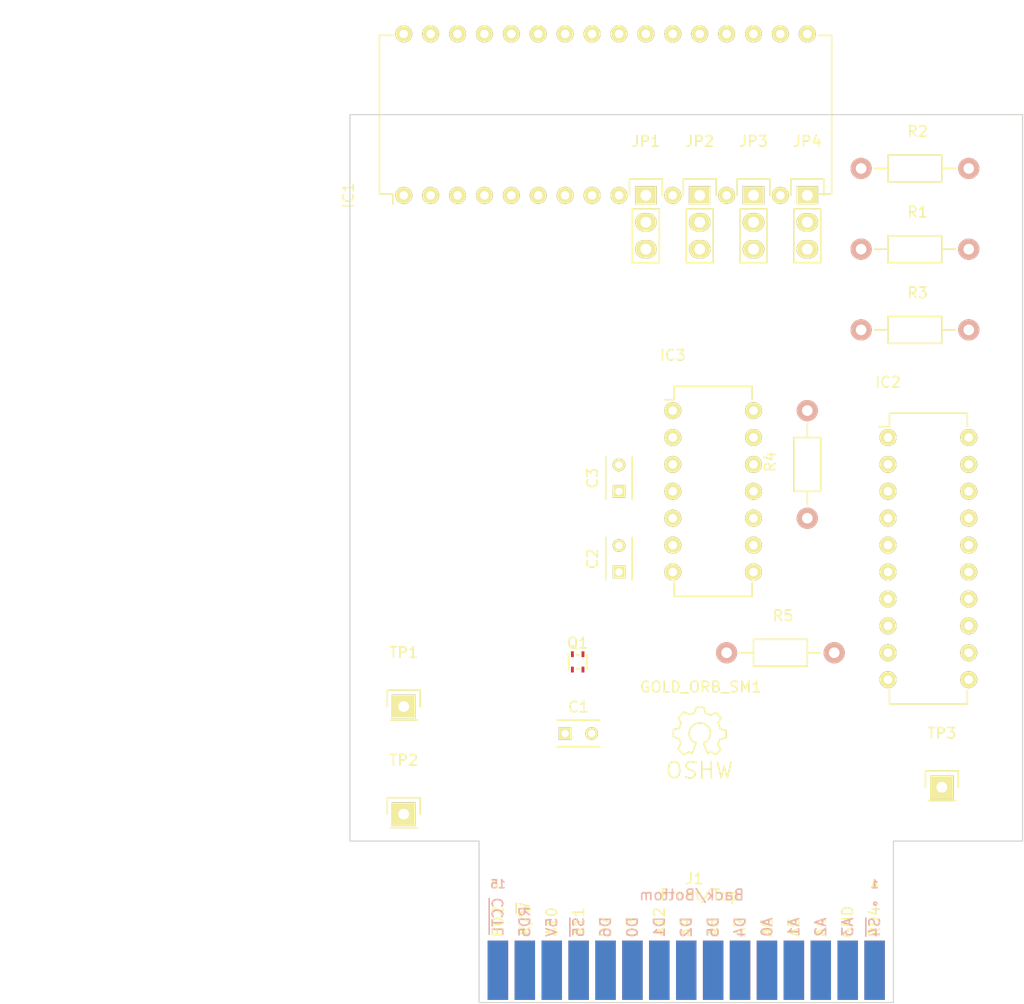
<source format=kicad_pcb>
(kicad_pcb (version 4) (host pcbnew 4.0.2+dfsg1-stable)

  (general
    (links 63)
    (no_connects 63)
    (area 126.949999 53.289999 190.550001 137.210001)
    (thickness 1.6)
    (drawings 11)
    (tracks 0)
    (zones 0)
    (modules 21)
    (nets 45)
  )

  (page A4)
  (layers
    (0 F.Cu signal)
    (31 B.Cu signal)
    (32 B.Adhes user)
    (33 F.Adhes user)
    (34 B.Paste user)
    (35 F.Paste user)
    (36 B.SilkS user)
    (37 F.SilkS user)
    (38 B.Mask user)
    (39 F.Mask user)
    (40 Dwgs.User user)
    (41 Cmts.User user)
    (42 Eco1.User user)
    (43 Eco2.User user)
    (44 Edge.Cuts user)
    (45 Margin user)
    (46 B.CrtYd user)
    (47 F.CrtYd user)
    (48 B.Fab user)
    (49 F.Fab user)
  )

  (setup
    (last_trace_width 0.25)
    (trace_clearance 0.2)
    (zone_clearance 0.508)
    (zone_45_only no)
    (trace_min 0.2)
    (segment_width 0.2)
    (edge_width 0.1)
    (via_size 0.6)
    (via_drill 0.4)
    (via_min_size 0.4)
    (via_min_drill 0.3)
    (uvia_size 0.3)
    (uvia_drill 0.1)
    (uvias_allowed no)
    (uvia_min_size 0.2)
    (uvia_min_drill 0.1)
    (pcb_text_width 0.3)
    (pcb_text_size 1.5 1.5)
    (mod_edge_width 0.15)
    (mod_text_size 1 1)
    (mod_text_width 0.15)
    (pad_size 1.5 1.5)
    (pad_drill 0.6)
    (pad_to_mask_clearance 0)
    (aux_axis_origin 0 0)
    (visible_elements FFFFFF7F)
    (pcbplotparams
      (layerselection 0x00030_80000001)
      (usegerberextensions false)
      (excludeedgelayer true)
      (linewidth 0.100000)
      (plotframeref false)
      (viasonmask false)
      (mode 1)
      (useauxorigin false)
      (hpglpennumber 1)
      (hpglpenspeed 20)
      (hpglpendiameter 15)
      (hpglpenoverlay 2)
      (psnegative false)
      (psa4output false)
      (plotreference true)
      (plotvalue true)
      (plotinvisibletext false)
      (padsonsilk false)
      (subtractmaskfromsilk false)
      (outputformat 1)
      (mirror false)
      (drillshape 1)
      (scaleselection 1)
      (outputdirectory ""))
  )

  (net 0 "")
  (net 1 VCC)
  (net 2 GND)
  (net 3 "Net-(IC1-Pad1)")
  (net 4 "Net-(IC1-Pad2)")
  (net 5 "Net-(IC1-Pad3)")
  (net 6 /A12)
  (net 7 /A7)
  (net 8 /A6)
  (net 9 /A5)
  (net 10 /A4)
  (net 11 /A3)
  (net 12 /A2)
  (net 13 /A1)
  (net 14 /A0)
  (net 15 /D0)
  (net 16 /D1)
  (net 17 /D2)
  (net 18 /D3)
  (net 19 /D4)
  (net 20 /D5)
  (net 21 /D6)
  (net 22 /D7)
  (net 23 /A10)
  (net 24 "Net-(IC1-Pad24)")
  (net 25 /A11)
  (net 26 /A9)
  (net 27 /A8)
  (net 28 "Net-(IC1-Pad28)")
  (net 29 "Net-(IC1-Pad29)")
  (net 30 "Net-(IC1-Pad30)")
  (net 31 "Net-(IC1-Pad31)")
  (net 32 "Net-(IC2-Pad2)")
  (net 33 "Net-(IC2-Pad5)")
  (net 34 "Net-(IC2-Pad6)")
  (net 35 "Net-(IC2-Pad9)")
  (net 36 "Net-(IC2-Pad11)")
  (net 37 "Net-(IC2-Pad16)")
  (net 38 "Net-(IC2-Pad19)")
  (net 39 "Net-(IC3-Pad1)")
  (net 40 "Net-(IC3-Pad2)")
  (net 41 "Net-(J1-Pad14)")
  (net 42 "Net-(JP1-Pad1)")
  (net 43 "Net-(JP2-Pad1)")
  (net 44 "Net-(JP4-Pad1)")

  (net_class Default "This is the default net class."
    (clearance 0.2)
    (trace_width 0.25)
    (via_dia 0.6)
    (via_drill 0.4)
    (uvia_dia 0.3)
    (uvia_drill 0.1)
    (add_net /A0)
    (add_net /A1)
    (add_net /A10)
    (add_net /A11)
    (add_net /A12)
    (add_net /A2)
    (add_net /A3)
    (add_net /A4)
    (add_net /A5)
    (add_net /A6)
    (add_net /A7)
    (add_net /A8)
    (add_net /A9)
    (add_net /D0)
    (add_net /D1)
    (add_net /D2)
    (add_net /D3)
    (add_net /D4)
    (add_net /D5)
    (add_net /D6)
    (add_net /D7)
    (add_net GND)
    (add_net "Net-(IC1-Pad1)")
    (add_net "Net-(IC1-Pad2)")
    (add_net "Net-(IC1-Pad24)")
    (add_net "Net-(IC1-Pad28)")
    (add_net "Net-(IC1-Pad29)")
    (add_net "Net-(IC1-Pad3)")
    (add_net "Net-(IC1-Pad30)")
    (add_net "Net-(IC1-Pad31)")
    (add_net "Net-(IC2-Pad11)")
    (add_net "Net-(IC2-Pad16)")
    (add_net "Net-(IC2-Pad19)")
    (add_net "Net-(IC2-Pad2)")
    (add_net "Net-(IC2-Pad5)")
    (add_net "Net-(IC2-Pad6)")
    (add_net "Net-(IC2-Pad9)")
    (add_net "Net-(IC3-Pad1)")
    (add_net "Net-(IC3-Pad2)")
    (add_net "Net-(J1-Pad14)")
    (add_net "Net-(JP1-Pad1)")
    (add_net "Net-(JP2-Pad1)")
    (add_net "Net-(JP4-Pad1)")
    (add_net VCC)
  )

  (module Resistors_ThroughHole:Resistor_Horizontal_RM10mm (layer F.Cu) (tedit 56648415) (tstamp 5C3E4D6F)
    (at 162.56 104.14)
    (descr "Resistor, Axial,  RM 10mm, 1/3W")
    (tags "Resistor Axial RM 10mm 1/3W")
    (path /5C3E4AA8)
    (fp_text reference R5 (at 5.32892 -3.50012) (layer F.SilkS)
      (effects (font (size 1 1) (thickness 0.15)))
    )
    (fp_text value 4k7 (at 5.08 3.81) (layer F.Fab)
      (effects (font (size 1 1) (thickness 0.15)))
    )
    (fp_line (start -1.25 -1.5) (end 11.4 -1.5) (layer F.CrtYd) (width 0.05))
    (fp_line (start -1.25 1.5) (end -1.25 -1.5) (layer F.CrtYd) (width 0.05))
    (fp_line (start 11.4 -1.5) (end 11.4 1.5) (layer F.CrtYd) (width 0.05))
    (fp_line (start -1.25 1.5) (end 11.4 1.5) (layer F.CrtYd) (width 0.05))
    (fp_line (start 2.54 -1.27) (end 7.62 -1.27) (layer F.SilkS) (width 0.15))
    (fp_line (start 7.62 -1.27) (end 7.62 1.27) (layer F.SilkS) (width 0.15))
    (fp_line (start 7.62 1.27) (end 2.54 1.27) (layer F.SilkS) (width 0.15))
    (fp_line (start 2.54 1.27) (end 2.54 -1.27) (layer F.SilkS) (width 0.15))
    (fp_line (start 2.54 0) (end 1.27 0) (layer F.SilkS) (width 0.15))
    (fp_line (start 7.62 0) (end 8.89 0) (layer F.SilkS) (width 0.15))
    (pad 1 thru_hole circle (at 0 0) (size 1.99898 1.99898) (drill 1.00076) (layers *.Cu *.SilkS *.Mask)
      (net 1 VCC))
    (pad 2 thru_hole circle (at 10.16 0) (size 1.99898 1.99898) (drill 1.00076) (layers *.Cu *.SilkS *.Mask)
      (net 41 "Net-(J1-Pad14)"))
    (model Resistors_ThroughHole.3dshapes/Resistor_Horizontal_RM10mm.wrl
      (at (xyz 0 0 0))
      (scale (xyz 0.4 0.4 0.4))
      (rotate (xyz 0 0 0))
    )
  )

  (module Resistors_ThroughHole:Resistor_Horizontal_RM10mm (layer F.Cu) (tedit 56648415) (tstamp 5C3E4D69)
    (at 170.18 91.44 90)
    (descr "Resistor, Axial,  RM 10mm, 1/3W")
    (tags "Resistor Axial RM 10mm 1/3W")
    (path /5C3E4A9D)
    (fp_text reference R4 (at 5.32892 -3.50012 90) (layer F.SilkS)
      (effects (font (size 1 1) (thickness 0.15)))
    )
    (fp_text value 4k7 (at 5.08 3.81 90) (layer F.Fab)
      (effects (font (size 1 1) (thickness 0.15)))
    )
    (fp_line (start -1.25 -1.5) (end 11.4 -1.5) (layer F.CrtYd) (width 0.05))
    (fp_line (start -1.25 1.5) (end -1.25 -1.5) (layer F.CrtYd) (width 0.05))
    (fp_line (start 11.4 -1.5) (end 11.4 1.5) (layer F.CrtYd) (width 0.05))
    (fp_line (start -1.25 1.5) (end 11.4 1.5) (layer F.CrtYd) (width 0.05))
    (fp_line (start 2.54 -1.27) (end 7.62 -1.27) (layer F.SilkS) (width 0.15))
    (fp_line (start 7.62 -1.27) (end 7.62 1.27) (layer F.SilkS) (width 0.15))
    (fp_line (start 7.62 1.27) (end 2.54 1.27) (layer F.SilkS) (width 0.15))
    (fp_line (start 2.54 1.27) (end 2.54 -1.27) (layer F.SilkS) (width 0.15))
    (fp_line (start 2.54 0) (end 1.27 0) (layer F.SilkS) (width 0.15))
    (fp_line (start 7.62 0) (end 8.89 0) (layer F.SilkS) (width 0.15))
    (pad 1 thru_hole circle (at 0 0 90) (size 1.99898 1.99898) (drill 1.00076) (layers *.Cu *.SilkS *.Mask)
      (net 1 VCC))
    (pad 2 thru_hole circle (at 10.16 0 90) (size 1.99898 1.99898) (drill 1.00076) (layers *.Cu *.SilkS *.Mask)
      (net 36 "Net-(IC2-Pad11)"))
    (model Resistors_ThroughHole.3dshapes/Resistor_Horizontal_RM10mm.wrl
      (at (xyz 0 0 0))
      (scale (xyz 0.4 0.4 0.4))
      (rotate (xyz 0 0 0))
    )
  )

  (module Resistors_ThroughHole:Resistor_Horizontal_RM10mm (layer F.Cu) (tedit 56648415) (tstamp 5C3E4D63)
    (at 175.26 73.66)
    (descr "Resistor, Axial,  RM 10mm, 1/3W")
    (tags "Resistor Axial RM 10mm 1/3W")
    (path /5C3E4A97)
    (fp_text reference R3 (at 5.32892 -3.50012) (layer F.SilkS)
      (effects (font (size 1 1) (thickness 0.15)))
    )
    (fp_text value 4k7 (at 5.08 3.81) (layer F.Fab)
      (effects (font (size 1 1) (thickness 0.15)))
    )
    (fp_line (start -1.25 -1.5) (end 11.4 -1.5) (layer F.CrtYd) (width 0.05))
    (fp_line (start -1.25 1.5) (end -1.25 -1.5) (layer F.CrtYd) (width 0.05))
    (fp_line (start 11.4 -1.5) (end 11.4 1.5) (layer F.CrtYd) (width 0.05))
    (fp_line (start -1.25 1.5) (end 11.4 1.5) (layer F.CrtYd) (width 0.05))
    (fp_line (start 2.54 -1.27) (end 7.62 -1.27) (layer F.SilkS) (width 0.15))
    (fp_line (start 7.62 -1.27) (end 7.62 1.27) (layer F.SilkS) (width 0.15))
    (fp_line (start 7.62 1.27) (end 2.54 1.27) (layer F.SilkS) (width 0.15))
    (fp_line (start 2.54 1.27) (end 2.54 -1.27) (layer F.SilkS) (width 0.15))
    (fp_line (start 2.54 0) (end 1.27 0) (layer F.SilkS) (width 0.15))
    (fp_line (start 7.62 0) (end 8.89 0) (layer F.SilkS) (width 0.15))
    (pad 1 thru_hole circle (at 0 0) (size 1.99898 1.99898) (drill 1.00076) (layers *.Cu *.SilkS *.Mask)
      (net 44 "Net-(JP4-Pad1)"))
    (pad 2 thru_hole circle (at 10.16 0) (size 1.99898 1.99898) (drill 1.00076) (layers *.Cu *.SilkS *.Mask)
      (net 1 VCC))
    (model Resistors_ThroughHole.3dshapes/Resistor_Horizontal_RM10mm.wrl
      (at (xyz 0 0 0))
      (scale (xyz 0.4 0.4 0.4))
      (rotate (xyz 0 0 0))
    )
  )

  (module Resistors_ThroughHole:Resistor_Horizontal_RM10mm (layer F.Cu) (tedit 56648415) (tstamp 5C3E4D5D)
    (at 175.26 58.42)
    (descr "Resistor, Axial,  RM 10mm, 1/3W")
    (tags "Resistor Axial RM 10mm 1/3W")
    (path /5C3E4A91)
    (fp_text reference R2 (at 5.32892 -3.50012) (layer F.SilkS)
      (effects (font (size 1 1) (thickness 0.15)))
    )
    (fp_text value 4k7 (at 5.08 3.81) (layer F.Fab)
      (effects (font (size 1 1) (thickness 0.15)))
    )
    (fp_line (start -1.25 -1.5) (end 11.4 -1.5) (layer F.CrtYd) (width 0.05))
    (fp_line (start -1.25 1.5) (end -1.25 -1.5) (layer F.CrtYd) (width 0.05))
    (fp_line (start 11.4 -1.5) (end 11.4 1.5) (layer F.CrtYd) (width 0.05))
    (fp_line (start -1.25 1.5) (end 11.4 1.5) (layer F.CrtYd) (width 0.05))
    (fp_line (start 2.54 -1.27) (end 7.62 -1.27) (layer F.SilkS) (width 0.15))
    (fp_line (start 7.62 -1.27) (end 7.62 1.27) (layer F.SilkS) (width 0.15))
    (fp_line (start 7.62 1.27) (end 2.54 1.27) (layer F.SilkS) (width 0.15))
    (fp_line (start 2.54 1.27) (end 2.54 -1.27) (layer F.SilkS) (width 0.15))
    (fp_line (start 2.54 0) (end 1.27 0) (layer F.SilkS) (width 0.15))
    (fp_line (start 7.62 0) (end 8.89 0) (layer F.SilkS) (width 0.15))
    (pad 1 thru_hole circle (at 0 0) (size 1.99898 1.99898) (drill 1.00076) (layers *.Cu *.SilkS *.Mask)
      (net 43 "Net-(JP2-Pad1)"))
    (pad 2 thru_hole circle (at 10.16 0) (size 1.99898 1.99898) (drill 1.00076) (layers *.Cu *.SilkS *.Mask)
      (net 1 VCC))
    (model Resistors_ThroughHole.3dshapes/Resistor_Horizontal_RM10mm.wrl
      (at (xyz 0 0 0))
      (scale (xyz 0.4 0.4 0.4))
      (rotate (xyz 0 0 0))
    )
  )

  (module Resistors_ThroughHole:Resistor_Horizontal_RM10mm (layer F.Cu) (tedit 56648415) (tstamp 5C3E4D57)
    (at 175.26 66.04)
    (descr "Resistor, Axial,  RM 10mm, 1/3W")
    (tags "Resistor Axial RM 10mm 1/3W")
    (path /5C3E4A90)
    (fp_text reference R1 (at 5.32892 -3.50012) (layer F.SilkS)
      (effects (font (size 1 1) (thickness 0.15)))
    )
    (fp_text value 4k7 (at 5.08 3.81) (layer F.Fab)
      (effects (font (size 1 1) (thickness 0.15)))
    )
    (fp_line (start -1.25 -1.5) (end 11.4 -1.5) (layer F.CrtYd) (width 0.05))
    (fp_line (start -1.25 1.5) (end -1.25 -1.5) (layer F.CrtYd) (width 0.05))
    (fp_line (start 11.4 -1.5) (end 11.4 1.5) (layer F.CrtYd) (width 0.05))
    (fp_line (start -1.25 1.5) (end 11.4 1.5) (layer F.CrtYd) (width 0.05))
    (fp_line (start 2.54 -1.27) (end 7.62 -1.27) (layer F.SilkS) (width 0.15))
    (fp_line (start 7.62 -1.27) (end 7.62 1.27) (layer F.SilkS) (width 0.15))
    (fp_line (start 7.62 1.27) (end 2.54 1.27) (layer F.SilkS) (width 0.15))
    (fp_line (start 2.54 1.27) (end 2.54 -1.27) (layer F.SilkS) (width 0.15))
    (fp_line (start 2.54 0) (end 1.27 0) (layer F.SilkS) (width 0.15))
    (fp_line (start 7.62 0) (end 8.89 0) (layer F.SilkS) (width 0.15))
    (pad 1 thru_hole circle (at 0 0) (size 1.99898 1.99898) (drill 1.00076) (layers *.Cu *.SilkS *.Mask)
      (net 42 "Net-(JP1-Pad1)"))
    (pad 2 thru_hole circle (at 10.16 0) (size 1.99898 1.99898) (drill 1.00076) (layers *.Cu *.SilkS *.Mask)
      (net 1 VCC))
    (model Resistors_ThroughHole.3dshapes/Resistor_Horizontal_RM10mm.wrl
      (at (xyz 0 0 0))
      (scale (xyz 0.4 0.4 0.4))
      (rotate (xyz 0 0 0))
    )
  )

  (module TO_SOT_Packages_SMD:SOT-543 (layer F.Cu) (tedit 55CCE372) (tstamp 5C3E4D51)
    (at 148.5011 105.0036)
    (descr "SOT-543 4 lead surface package")
    (tags "SOT-543 SC-107A EMD4")
    (path /5C3E4AA1)
    (fp_text reference Q1 (at 0 -1.778) (layer F.SilkS)
      (effects (font (size 1 1) (thickness 0.15)))
    )
    (fp_text value BS170 (at 0 2.032) (layer F.Fab)
      (effects (font (size 1 1) (thickness 0.15)))
    )
    (fp_line (start -0.125 0.65) (end 0.125 0.65) (layer F.SilkS) (width 0.15))
    (fp_line (start -0.125 -0.65) (end 0.125 -0.65) (layer F.SilkS) (width 0.15))
    (fp_line (start -0.85 -0.65) (end -0.85 0.65) (layer F.SilkS) (width 0.15))
    (fp_line (start 0.85 -0.65) (end 0.85 0.65) (layer F.SilkS) (width 0.15))
    (pad 1 smd rect (at -0.5 0.725) (size 0.27 0.55) (layers F.Cu F.Paste F.Mask))
    (pad 2 smd rect (at 0.5 0.725) (size 0.27 0.55) (layers F.Cu F.Paste F.Mask))
    (pad 3 smd rect (at 0.5 -0.725) (size 0.27 0.55) (layers F.Cu F.Paste F.Mask))
    (pad 4 smd rect (at -0.5 -0.725) (size 0.27 0.55) (layers F.Cu F.Paste F.Mask))
  )

  (module Pin_Headers:Pin_Header_Straight_1x03 (layer F.Cu) (tedit 0) (tstamp 5C3E4D49)
    (at 170.18 60.96)
    (descr "Through hole pin header")
    (tags "pin header")
    (path /5C3E4A96)
    (fp_text reference JP4 (at 0 -5.1) (layer F.SilkS)
      (effects (font (size 1 1) (thickness 0.15)))
    )
    (fp_text value PINHD-1X3 (at 0 -3.1) (layer F.Fab)
      (effects (font (size 1 1) (thickness 0.15)))
    )
    (fp_line (start -1.75 -1.75) (end -1.75 6.85) (layer F.CrtYd) (width 0.05))
    (fp_line (start 1.75 -1.75) (end 1.75 6.85) (layer F.CrtYd) (width 0.05))
    (fp_line (start -1.75 -1.75) (end 1.75 -1.75) (layer F.CrtYd) (width 0.05))
    (fp_line (start -1.75 6.85) (end 1.75 6.85) (layer F.CrtYd) (width 0.05))
    (fp_line (start -1.27 1.27) (end -1.27 6.35) (layer F.SilkS) (width 0.15))
    (fp_line (start -1.27 6.35) (end 1.27 6.35) (layer F.SilkS) (width 0.15))
    (fp_line (start 1.27 6.35) (end 1.27 1.27) (layer F.SilkS) (width 0.15))
    (fp_line (start 1.55 -1.55) (end 1.55 0) (layer F.SilkS) (width 0.15))
    (fp_line (start 1.27 1.27) (end -1.27 1.27) (layer F.SilkS) (width 0.15))
    (fp_line (start -1.55 0) (end -1.55 -1.55) (layer F.SilkS) (width 0.15))
    (fp_line (start -1.55 -1.55) (end 1.55 -1.55) (layer F.SilkS) (width 0.15))
    (pad 1 thru_hole rect (at 0 0) (size 2.032 1.7272) (drill 1.016) (layers *.Cu *.Mask F.SilkS)
      (net 44 "Net-(JP4-Pad1)"))
    (pad 2 thru_hole oval (at 0 2.54) (size 2.032 1.7272) (drill 1.016) (layers *.Cu *.Mask F.SilkS)
      (net 29 "Net-(IC1-Pad29)"))
    (pad 3 thru_hole oval (at 0 5.08) (size 2.032 1.7272) (drill 1.016) (layers *.Cu *.Mask F.SilkS)
      (net 37 "Net-(IC2-Pad16)"))
    (model Pin_Headers.3dshapes/Pin_Header_Straight_1x03.wrl
      (at (xyz 0 -0.1 0))
      (scale (xyz 1 1 1))
      (rotate (xyz 0 0 90))
    )
  )

  (module Pin_Headers:Pin_Header_Straight_1x03 (layer F.Cu) (tedit 0) (tstamp 5C3E4D42)
    (at 165.1 60.96)
    (descr "Through hole pin header")
    (tags "pin header")
    (path /5C3E4A92)
    (fp_text reference JP3 (at 0 -5.1) (layer F.SilkS)
      (effects (font (size 1 1) (thickness 0.15)))
    )
    (fp_text value PINHD-1X3 (at 0 -3.1) (layer F.Fab)
      (effects (font (size 1 1) (thickness 0.15)))
    )
    (fp_line (start -1.75 -1.75) (end -1.75 6.85) (layer F.CrtYd) (width 0.05))
    (fp_line (start 1.75 -1.75) (end 1.75 6.85) (layer F.CrtYd) (width 0.05))
    (fp_line (start -1.75 -1.75) (end 1.75 -1.75) (layer F.CrtYd) (width 0.05))
    (fp_line (start -1.75 6.85) (end 1.75 6.85) (layer F.CrtYd) (width 0.05))
    (fp_line (start -1.27 1.27) (end -1.27 6.35) (layer F.SilkS) (width 0.15))
    (fp_line (start -1.27 6.35) (end 1.27 6.35) (layer F.SilkS) (width 0.15))
    (fp_line (start 1.27 6.35) (end 1.27 1.27) (layer F.SilkS) (width 0.15))
    (fp_line (start 1.55 -1.55) (end 1.55 0) (layer F.SilkS) (width 0.15))
    (fp_line (start 1.27 1.27) (end -1.27 1.27) (layer F.SilkS) (width 0.15))
    (fp_line (start -1.55 0) (end -1.55 -1.55) (layer F.SilkS) (width 0.15))
    (fp_line (start -1.55 -1.55) (end 1.55 -1.55) (layer F.SilkS) (width 0.15))
    (pad 1 thru_hole rect (at 0 0) (size 2.032 1.7272) (drill 1.016) (layers *.Cu *.Mask F.SilkS)
      (net 1 VCC))
    (pad 2 thru_hole oval (at 0 2.54) (size 2.032 1.7272) (drill 1.016) (layers *.Cu *.Mask F.SilkS)
      (net 30 "Net-(IC1-Pad30)"))
    (pad 3 thru_hole oval (at 0 5.08) (size 2.032 1.7272) (drill 1.016) (layers *.Cu *.Mask F.SilkS)
      (net 35 "Net-(IC2-Pad9)"))
    (model Pin_Headers.3dshapes/Pin_Header_Straight_1x03.wrl
      (at (xyz 0 -0.1 0))
      (scale (xyz 1 1 1))
      (rotate (xyz 0 0 90))
    )
  )

  (module Pin_Headers:Pin_Header_Straight_1x03 (layer F.Cu) (tedit 0) (tstamp 5C3E4D3B)
    (at 160.02 60.96)
    (descr "Through hole pin header")
    (tags "pin header")
    (path /5C3E4A94)
    (fp_text reference JP2 (at 0 -5.1) (layer F.SilkS)
      (effects (font (size 1 1) (thickness 0.15)))
    )
    (fp_text value PINHD-1X3 (at 0 -3.1) (layer F.Fab)
      (effects (font (size 1 1) (thickness 0.15)))
    )
    (fp_line (start -1.75 -1.75) (end -1.75 6.85) (layer F.CrtYd) (width 0.05))
    (fp_line (start 1.75 -1.75) (end 1.75 6.85) (layer F.CrtYd) (width 0.05))
    (fp_line (start -1.75 -1.75) (end 1.75 -1.75) (layer F.CrtYd) (width 0.05))
    (fp_line (start -1.75 6.85) (end 1.75 6.85) (layer F.CrtYd) (width 0.05))
    (fp_line (start -1.27 1.27) (end -1.27 6.35) (layer F.SilkS) (width 0.15))
    (fp_line (start -1.27 6.35) (end 1.27 6.35) (layer F.SilkS) (width 0.15))
    (fp_line (start 1.27 6.35) (end 1.27 1.27) (layer F.SilkS) (width 0.15))
    (fp_line (start 1.55 -1.55) (end 1.55 0) (layer F.SilkS) (width 0.15))
    (fp_line (start 1.27 1.27) (end -1.27 1.27) (layer F.SilkS) (width 0.15))
    (fp_line (start -1.55 0) (end -1.55 -1.55) (layer F.SilkS) (width 0.15))
    (fp_line (start -1.55 -1.55) (end 1.55 -1.55) (layer F.SilkS) (width 0.15))
    (pad 1 thru_hole rect (at 0 0) (size 2.032 1.7272) (drill 1.016) (layers *.Cu *.Mask F.SilkS)
      (net 43 "Net-(JP2-Pad1)"))
    (pad 2 thru_hole oval (at 0 2.54) (size 2.032 1.7272) (drill 1.016) (layers *.Cu *.Mask F.SilkS)
      (net 31 "Net-(IC1-Pad31)"))
    (pad 3 thru_hole oval (at 0 5.08) (size 2.032 1.7272) (drill 1.016) (layers *.Cu *.Mask F.SilkS)
      (net 34 "Net-(IC2-Pad6)"))
    (model Pin_Headers.3dshapes/Pin_Header_Straight_1x03.wrl
      (at (xyz 0 -0.1 0))
      (scale (xyz 1 1 1))
      (rotate (xyz 0 0 90))
    )
  )

  (module Pin_Headers:Pin_Header_Straight_1x03 (layer F.Cu) (tedit 0) (tstamp 5C3E4D34)
    (at 154.94 60.96)
    (descr "Through hole pin header")
    (tags "pin header")
    (path /5C3E4AA3)
    (fp_text reference JP1 (at 0 -5.1) (layer F.SilkS)
      (effects (font (size 1 1) (thickness 0.15)))
    )
    (fp_text value PINHD-1X3 (at 0 -3.1) (layer F.Fab)
      (effects (font (size 1 1) (thickness 0.15)))
    )
    (fp_line (start -1.75 -1.75) (end -1.75 6.85) (layer F.CrtYd) (width 0.05))
    (fp_line (start 1.75 -1.75) (end 1.75 6.85) (layer F.CrtYd) (width 0.05))
    (fp_line (start -1.75 -1.75) (end 1.75 -1.75) (layer F.CrtYd) (width 0.05))
    (fp_line (start -1.75 6.85) (end 1.75 6.85) (layer F.CrtYd) (width 0.05))
    (fp_line (start -1.27 1.27) (end -1.27 6.35) (layer F.SilkS) (width 0.15))
    (fp_line (start -1.27 6.35) (end 1.27 6.35) (layer F.SilkS) (width 0.15))
    (fp_line (start 1.27 6.35) (end 1.27 1.27) (layer F.SilkS) (width 0.15))
    (fp_line (start 1.55 -1.55) (end 1.55 0) (layer F.SilkS) (width 0.15))
    (fp_line (start 1.27 1.27) (end -1.27 1.27) (layer F.SilkS) (width 0.15))
    (fp_line (start -1.55 0) (end -1.55 -1.55) (layer F.SilkS) (width 0.15))
    (fp_line (start -1.55 -1.55) (end 1.55 -1.55) (layer F.SilkS) (width 0.15))
    (pad 1 thru_hole rect (at 0 0) (size 2.032 1.7272) (drill 1.016) (layers *.Cu *.Mask F.SilkS)
      (net 42 "Net-(JP1-Pad1)"))
    (pad 2 thru_hole oval (at 0 2.54) (size 2.032 1.7272) (drill 1.016) (layers *.Cu *.Mask F.SilkS)
      (net 3 "Net-(IC1-Pad1)"))
    (pad 3 thru_hole oval (at 0 5.08) (size 2.032 1.7272) (drill 1.016) (layers *.Cu *.Mask F.SilkS)
      (net 33 "Net-(IC2-Pad5)"))
    (model Pin_Headers.3dshapes/Pin_Header_Straight_1x03.wrl
      (at (xyz 0 -0.1 0))
      (scale (xyz 1 1 1))
      (rotate (xyz 0 0 90))
    )
  )

  (module Housings_DIP:DIP-14_W7.62mm (layer F.Cu) (tedit 54130A77) (tstamp 5C3E4D0B)
    (at 157.48 81.28)
    (descr "14-lead dip package, row spacing 7.62 mm (300 mils)")
    (tags "dil dip 2.54 300")
    (path /5C3E4A9E)
    (fp_text reference IC3 (at 0 -5.22) (layer F.SilkS)
      (effects (font (size 1 1) (thickness 0.15)))
    )
    (fp_text value 7408N (at 0 -3.72) (layer F.Fab)
      (effects (font (size 1 1) (thickness 0.15)))
    )
    (fp_line (start -1.05 -2.45) (end -1.05 17.7) (layer F.CrtYd) (width 0.05))
    (fp_line (start 8.65 -2.45) (end 8.65 17.7) (layer F.CrtYd) (width 0.05))
    (fp_line (start -1.05 -2.45) (end 8.65 -2.45) (layer F.CrtYd) (width 0.05))
    (fp_line (start -1.05 17.7) (end 8.65 17.7) (layer F.CrtYd) (width 0.05))
    (fp_line (start 0.135 -2.295) (end 0.135 -1.025) (layer F.SilkS) (width 0.15))
    (fp_line (start 7.485 -2.295) (end 7.485 -1.025) (layer F.SilkS) (width 0.15))
    (fp_line (start 7.485 17.535) (end 7.485 16.265) (layer F.SilkS) (width 0.15))
    (fp_line (start 0.135 17.535) (end 0.135 16.265) (layer F.SilkS) (width 0.15))
    (fp_line (start 0.135 -2.295) (end 7.485 -2.295) (layer F.SilkS) (width 0.15))
    (fp_line (start 0.135 17.535) (end 7.485 17.535) (layer F.SilkS) (width 0.15))
    (fp_line (start 0.135 -1.025) (end -0.8 -1.025) (layer F.SilkS) (width 0.15))
    (pad 1 thru_hole oval (at 0 0) (size 1.6 1.6) (drill 0.8) (layers *.Cu *.Mask F.SilkS)
      (net 39 "Net-(IC3-Pad1)"))
    (pad 2 thru_hole oval (at 0 2.54) (size 1.6 1.6) (drill 0.8) (layers *.Cu *.Mask F.SilkS)
      (net 40 "Net-(IC3-Pad2)"))
    (pad 3 thru_hole oval (at 0 5.08) (size 1.6 1.6) (drill 0.8) (layers *.Cu *.Mask F.SilkS)
      (net 24 "Net-(IC1-Pad24)"))
    (pad 4 thru_hole oval (at 0 7.62) (size 1.6 1.6) (drill 0.8) (layers *.Cu *.Mask F.SilkS)
      (net 40 "Net-(IC3-Pad2)"))
    (pad 5 thru_hole oval (at 0 10.16) (size 1.6 1.6) (drill 0.8) (layers *.Cu *.Mask F.SilkS)
      (net 38 "Net-(IC2-Pad19)"))
    (pad 6 thru_hole oval (at 0 12.7) (size 1.6 1.6) (drill 0.8) (layers *.Cu *.Mask F.SilkS)
      (net 28 "Net-(IC1-Pad28)"))
    (pad 7 thru_hole oval (at 0 15.24) (size 1.6 1.6) (drill 0.8) (layers *.Cu *.Mask F.SilkS)
      (net 2 GND))
    (pad 8 thru_hole oval (at 7.62 15.24) (size 1.6 1.6) (drill 0.8) (layers *.Cu *.Mask F.SilkS))
    (pad 9 thru_hole oval (at 7.62 12.7) (size 1.6 1.6) (drill 0.8) (layers *.Cu *.Mask F.SilkS))
    (pad 10 thru_hole oval (at 7.62 10.16) (size 1.6 1.6) (drill 0.8) (layers *.Cu *.Mask F.SilkS))
    (pad 11 thru_hole oval (at 7.62 7.62) (size 1.6 1.6) (drill 0.8) (layers *.Cu *.Mask F.SilkS))
    (pad 12 thru_hole oval (at 7.62 5.08) (size 1.6 1.6) (drill 0.8) (layers *.Cu *.Mask F.SilkS))
    (pad 13 thru_hole oval (at 7.62 2.54) (size 1.6 1.6) (drill 0.8) (layers *.Cu *.Mask F.SilkS))
    (pad 14 thru_hole oval (at 7.62 0) (size 1.6 1.6) (drill 0.8) (layers *.Cu *.Mask F.SilkS)
      (net 1 VCC))
    (model Housings_DIP.3dshapes/DIP-14_W7.62mm.wrl
      (at (xyz 0 0 0))
      (scale (xyz 1 1 1))
      (rotate (xyz 0 0 0))
    )
  )

  (module Housings_DIP:DIP-20_W7.62mm (layer F.Cu) (tedit 54130A77) (tstamp 5C3E4CF9)
    (at 177.8 83.82)
    (descr "20-lead dip package, row spacing 7.62 mm (300 mils)")
    (tags "dil dip 2.54 300")
    (path /5C3E4ACA)
    (fp_text reference IC2 (at 0 -5.22) (layer F.SilkS)
      (effects (font (size 1 1) (thickness 0.15)))
    )
    (fp_text value 74373N (at 0 -3.72) (layer F.Fab)
      (effects (font (size 1 1) (thickness 0.15)))
    )
    (fp_line (start -1.05 -2.45) (end -1.05 25.35) (layer F.CrtYd) (width 0.05))
    (fp_line (start 8.65 -2.45) (end 8.65 25.35) (layer F.CrtYd) (width 0.05))
    (fp_line (start -1.05 -2.45) (end 8.65 -2.45) (layer F.CrtYd) (width 0.05))
    (fp_line (start -1.05 25.35) (end 8.65 25.35) (layer F.CrtYd) (width 0.05))
    (fp_line (start 0.135 -2.295) (end 0.135 -1.025) (layer F.SilkS) (width 0.15))
    (fp_line (start 7.485 -2.295) (end 7.485 -1.025) (layer F.SilkS) (width 0.15))
    (fp_line (start 7.485 25.155) (end 7.485 23.885) (layer F.SilkS) (width 0.15))
    (fp_line (start 0.135 25.155) (end 0.135 23.885) (layer F.SilkS) (width 0.15))
    (fp_line (start 0.135 -2.295) (end 7.485 -2.295) (layer F.SilkS) (width 0.15))
    (fp_line (start 0.135 25.155) (end 7.485 25.155) (layer F.SilkS) (width 0.15))
    (fp_line (start 0.135 -1.025) (end -0.8 -1.025) (layer F.SilkS) (width 0.15))
    (pad 1 thru_hole oval (at 0 0) (size 1.6 1.6) (drill 0.8) (layers *.Cu *.Mask F.SilkS)
      (net 2 GND))
    (pad 2 thru_hole oval (at 0 2.54) (size 1.6 1.6) (drill 0.8) (layers *.Cu *.Mask F.SilkS)
      (net 32 "Net-(IC2-Pad2)"))
    (pad 3 thru_hole oval (at 0 5.08) (size 1.6 1.6) (drill 0.8) (layers *.Cu *.Mask F.SilkS))
    (pad 4 thru_hole oval (at 0 7.62) (size 1.6 1.6) (drill 0.8) (layers *.Cu *.Mask F.SilkS))
    (pad 5 thru_hole oval (at 0 10.16) (size 1.6 1.6) (drill 0.8) (layers *.Cu *.Mask F.SilkS)
      (net 33 "Net-(IC2-Pad5)"))
    (pad 6 thru_hole oval (at 0 12.7) (size 1.6 1.6) (drill 0.8) (layers *.Cu *.Mask F.SilkS)
      (net 34 "Net-(IC2-Pad6)"))
    (pad 7 thru_hole oval (at 0 15.24) (size 1.6 1.6) (drill 0.8) (layers *.Cu *.Mask F.SilkS))
    (pad 8 thru_hole oval (at 0 17.78) (size 1.6 1.6) (drill 0.8) (layers *.Cu *.Mask F.SilkS))
    (pad 9 thru_hole oval (at 0 20.32) (size 1.6 1.6) (drill 0.8) (layers *.Cu *.Mask F.SilkS)
      (net 35 "Net-(IC2-Pad9)"))
    (pad 10 thru_hole oval (at 0 22.86) (size 1.6 1.6) (drill 0.8) (layers *.Cu *.Mask F.SilkS)
      (net 2 GND))
    (pad 11 thru_hole oval (at 7.62 22.86) (size 1.6 1.6) (drill 0.8) (layers *.Cu *.Mask F.SilkS)
      (net 36 "Net-(IC2-Pad11)"))
    (pad 12 thru_hole oval (at 7.62 20.32) (size 1.6 1.6) (drill 0.8) (layers *.Cu *.Mask F.SilkS)
      (net 4 "Net-(IC1-Pad2)"))
    (pad 13 thru_hole oval (at 7.62 17.78) (size 1.6 1.6) (drill 0.8) (layers *.Cu *.Mask F.SilkS))
    (pad 14 thru_hole oval (at 7.62 15.24) (size 1.6 1.6) (drill 0.8) (layers *.Cu *.Mask F.SilkS))
    (pad 15 thru_hole oval (at 7.62 12.7) (size 1.6 1.6) (drill 0.8) (layers *.Cu *.Mask F.SilkS)
      (net 5 "Net-(IC1-Pad3)"))
    (pad 16 thru_hole oval (at 7.62 10.16) (size 1.6 1.6) (drill 0.8) (layers *.Cu *.Mask F.SilkS)
      (net 37 "Net-(IC2-Pad16)"))
    (pad 17 thru_hole oval (at 7.62 7.62) (size 1.6 1.6) (drill 0.8) (layers *.Cu *.Mask F.SilkS))
    (pad 18 thru_hole oval (at 7.62 5.08) (size 1.6 1.6) (drill 0.8) (layers *.Cu *.Mask F.SilkS))
    (pad 19 thru_hole oval (at 7.62 2.54) (size 1.6 1.6) (drill 0.8) (layers *.Cu *.Mask F.SilkS)
      (net 38 "Net-(IC2-Pad19)"))
    (pad 20 thru_hole oval (at 7.62 0) (size 1.6 1.6) (drill 0.8) (layers *.Cu *.Mask F.SilkS)
      (net 1 VCC))
    (model Housings_DIP.3dshapes/DIP-20_W7.62mm.wrl
      (at (xyz 0 0 0))
      (scale (xyz 1 1 1))
      (rotate (xyz 0 0 0))
    )
  )

  (module Housings_DIP:DIP-32_W15.24mm (layer F.Cu) (tedit 54130A77) (tstamp 5C3E4CE1)
    (at 132.08 60.96 90)
    (descr "32-lead dip package, row spacing 15.24 mm (600 mils)")
    (tags "dil dip 2.54 600")
    (path /5C3E4AA2)
    (fp_text reference IC1 (at 0 -5.22 90) (layer F.SilkS)
      (effects (font (size 1 1) (thickness 0.15)))
    )
    (fp_text value 27C64-27C080 (at 0 -3.72 90) (layer F.Fab)
      (effects (font (size 1 1) (thickness 0.15)))
    )
    (fp_line (start -1.05 -2.45) (end -1.05 40.55) (layer F.CrtYd) (width 0.05))
    (fp_line (start 16.3 -2.45) (end 16.3 40.55) (layer F.CrtYd) (width 0.05))
    (fp_line (start -1.05 -2.45) (end 16.3 -2.45) (layer F.CrtYd) (width 0.05))
    (fp_line (start -1.05 40.55) (end 16.3 40.55) (layer F.CrtYd) (width 0.05))
    (fp_line (start 0.135 -2.295) (end 0.135 -1.025) (layer F.SilkS) (width 0.15))
    (fp_line (start 15.105 -2.295) (end 15.105 -1.025) (layer F.SilkS) (width 0.15))
    (fp_line (start 15.105 40.395) (end 15.105 39.125) (layer F.SilkS) (width 0.15))
    (fp_line (start 0.135 40.395) (end 0.135 39.125) (layer F.SilkS) (width 0.15))
    (fp_line (start 0.135 -2.295) (end 15.105 -2.295) (layer F.SilkS) (width 0.15))
    (fp_line (start 0.135 40.395) (end 15.105 40.395) (layer F.SilkS) (width 0.15))
    (fp_line (start 0.135 -1.025) (end -0.8 -1.025) (layer F.SilkS) (width 0.15))
    (pad 1 thru_hole oval (at 0 0 90) (size 1.6 1.6) (drill 0.8) (layers *.Cu *.Mask F.SilkS)
      (net 3 "Net-(IC1-Pad1)"))
    (pad 2 thru_hole oval (at 0 2.54 90) (size 1.6 1.6) (drill 0.8) (layers *.Cu *.Mask F.SilkS)
      (net 4 "Net-(IC1-Pad2)"))
    (pad 3 thru_hole oval (at 0 5.08 90) (size 1.6 1.6) (drill 0.8) (layers *.Cu *.Mask F.SilkS)
      (net 5 "Net-(IC1-Pad3)"))
    (pad 4 thru_hole oval (at 0 7.62 90) (size 1.6 1.6) (drill 0.8) (layers *.Cu *.Mask F.SilkS)
      (net 6 /A12))
    (pad 5 thru_hole oval (at 0 10.16 90) (size 1.6 1.6) (drill 0.8) (layers *.Cu *.Mask F.SilkS)
      (net 7 /A7))
    (pad 6 thru_hole oval (at 0 12.7 90) (size 1.6 1.6) (drill 0.8) (layers *.Cu *.Mask F.SilkS)
      (net 8 /A6))
    (pad 7 thru_hole oval (at 0 15.24 90) (size 1.6 1.6) (drill 0.8) (layers *.Cu *.Mask F.SilkS)
      (net 9 /A5))
    (pad 8 thru_hole oval (at 0 17.78 90) (size 1.6 1.6) (drill 0.8) (layers *.Cu *.Mask F.SilkS)
      (net 10 /A4))
    (pad 9 thru_hole oval (at 0 20.32 90) (size 1.6 1.6) (drill 0.8) (layers *.Cu *.Mask F.SilkS)
      (net 11 /A3))
    (pad 10 thru_hole oval (at 0 22.86 90) (size 1.6 1.6) (drill 0.8) (layers *.Cu *.Mask F.SilkS)
      (net 12 /A2))
    (pad 11 thru_hole oval (at 0 25.4 90) (size 1.6 1.6) (drill 0.8) (layers *.Cu *.Mask F.SilkS)
      (net 13 /A1))
    (pad 12 thru_hole oval (at 0 27.94 90) (size 1.6 1.6) (drill 0.8) (layers *.Cu *.Mask F.SilkS)
      (net 14 /A0))
    (pad 13 thru_hole oval (at 0 30.48 90) (size 1.6 1.6) (drill 0.8) (layers *.Cu *.Mask F.SilkS)
      (net 15 /D0))
    (pad 14 thru_hole oval (at 0 33.02 90) (size 1.6 1.6) (drill 0.8) (layers *.Cu *.Mask F.SilkS)
      (net 16 /D1))
    (pad 15 thru_hole oval (at 0 35.56 90) (size 1.6 1.6) (drill 0.8) (layers *.Cu *.Mask F.SilkS)
      (net 17 /D2))
    (pad 16 thru_hole oval (at 0 38.1 90) (size 1.6 1.6) (drill 0.8) (layers *.Cu *.Mask F.SilkS)
      (net 2 GND))
    (pad 17 thru_hole oval (at 15.24 38.1 90) (size 1.6 1.6) (drill 0.8) (layers *.Cu *.Mask F.SilkS)
      (net 18 /D3))
    (pad 18 thru_hole oval (at 15.24 35.56 90) (size 1.6 1.6) (drill 0.8) (layers *.Cu *.Mask F.SilkS)
      (net 19 /D4))
    (pad 19 thru_hole oval (at 15.24 33.02 90) (size 1.6 1.6) (drill 0.8) (layers *.Cu *.Mask F.SilkS)
      (net 20 /D5))
    (pad 20 thru_hole oval (at 15.24 30.48 90) (size 1.6 1.6) (drill 0.8) (layers *.Cu *.Mask F.SilkS)
      (net 21 /D6))
    (pad 21 thru_hole oval (at 15.24 27.94 90) (size 1.6 1.6) (drill 0.8) (layers *.Cu *.Mask F.SilkS)
      (net 22 /D7))
    (pad 22 thru_hole oval (at 15.24 25.4 90) (size 1.6 1.6) (drill 0.8) (layers *.Cu *.Mask F.SilkS)
      (net 2 GND))
    (pad 23 thru_hole oval (at 15.24 22.86 90) (size 1.6 1.6) (drill 0.8) (layers *.Cu *.Mask F.SilkS)
      (net 23 /A10))
    (pad 24 thru_hole oval (at 15.24 20.32 90) (size 1.6 1.6) (drill 0.8) (layers *.Cu *.Mask F.SilkS)
      (net 24 "Net-(IC1-Pad24)"))
    (pad 25 thru_hole oval (at 15.24 17.78 90) (size 1.6 1.6) (drill 0.8) (layers *.Cu *.Mask F.SilkS)
      (net 25 /A11))
    (pad 26 thru_hole oval (at 15.24 15.24 90) (size 1.6 1.6) (drill 0.8) (layers *.Cu *.Mask F.SilkS)
      (net 26 /A9))
    (pad 27 thru_hole oval (at 15.24 12.7 90) (size 1.6 1.6) (drill 0.8) (layers *.Cu *.Mask F.SilkS)
      (net 27 /A8))
    (pad 28 thru_hole oval (at 15.24 10.16 90) (size 1.6 1.6) (drill 0.8) (layers *.Cu *.Mask F.SilkS)
      (net 28 "Net-(IC1-Pad28)"))
    (pad 29 thru_hole oval (at 15.24 7.62 90) (size 1.6 1.6) (drill 0.8) (layers *.Cu *.Mask F.SilkS)
      (net 29 "Net-(IC1-Pad29)"))
    (pad 30 thru_hole oval (at 15.24 5.08 90) (size 1.6 1.6) (drill 0.8) (layers *.Cu *.Mask F.SilkS)
      (net 30 "Net-(IC1-Pad30)"))
    (pad 31 thru_hole oval (at 15.24 2.54 90) (size 1.6 1.6) (drill 0.8) (layers *.Cu *.Mask F.SilkS)
      (net 31 "Net-(IC1-Pad31)"))
    (pad 32 thru_hole oval (at 15.24 0 90) (size 1.6 1.6) (drill 0.8) (layers *.Cu *.Mask F.SilkS)
      (net 1 VCC))
    (model Housings_DIP.3dshapes/DIP-32_W15.24mm.wrl
      (at (xyz 0 0 0))
      (scale (xyz 1 1 1))
      (rotate (xyz 0 0 0))
    )
  )

  (module Symbols:Symbol_OSHW-Logo_SilkScreen (layer F.Cu) (tedit 0) (tstamp 5C3E4CBD)
    (at 160.02 111.76)
    (descr "Symbol, OSHW-Logo, Silk Screen,")
    (tags "Symbol, OSHW-Logo, Silk Screen,")
    (path /5C3E4AA4)
    (fp_text reference GOLD_ORB_SM1 (at 0.09906 -4.38912) (layer F.SilkS)
      (effects (font (size 1 1) (thickness 0.15)))
    )
    (fp_text value OSHWLOGO_GOLD_ORB_SM (at 0.30988 6.56082) (layer F.Fab)
      (effects (font (size 1 1) (thickness 0.15)))
    )
    (fp_line (start 1.66878 2.68986) (end 2.02946 4.16052) (layer F.SilkS) (width 0.15))
    (fp_line (start 2.02946 4.16052) (end 2.30886 3.0988) (layer F.SilkS) (width 0.15))
    (fp_line (start 2.30886 3.0988) (end 2.61874 4.17068) (layer F.SilkS) (width 0.15))
    (fp_line (start 2.61874 4.17068) (end 2.9591 2.72034) (layer F.SilkS) (width 0.15))
    (fp_line (start 0.24892 3.38074) (end 1.03886 3.37058) (layer F.SilkS) (width 0.15))
    (fp_line (start 1.03886 3.37058) (end 1.04902 3.38074) (layer F.SilkS) (width 0.15))
    (fp_line (start 1.04902 3.38074) (end 1.04902 3.37058) (layer F.SilkS) (width 0.15))
    (fp_line (start 1.08966 2.65938) (end 1.08966 4.20116) (layer F.SilkS) (width 0.15))
    (fp_line (start 0.20066 2.64922) (end 0.20066 4.21894) (layer F.SilkS) (width 0.15))
    (fp_line (start 0.20066 4.21894) (end 0.21082 4.20878) (layer F.SilkS) (width 0.15))
    (fp_line (start -0.35052 2.75082) (end -0.70104 2.66954) (layer F.SilkS) (width 0.15))
    (fp_line (start -0.70104 2.66954) (end -1.02108 2.65938) (layer F.SilkS) (width 0.15))
    (fp_line (start -1.02108 2.65938) (end -1.25984 2.86004) (layer F.SilkS) (width 0.15))
    (fp_line (start -1.25984 2.86004) (end -1.29032 3.12928) (layer F.SilkS) (width 0.15))
    (fp_line (start -1.29032 3.12928) (end -1.04902 3.37058) (layer F.SilkS) (width 0.15))
    (fp_line (start -1.04902 3.37058) (end -0.6604 3.50012) (layer F.SilkS) (width 0.15))
    (fp_line (start -0.6604 3.50012) (end -0.48006 3.66014) (layer F.SilkS) (width 0.15))
    (fp_line (start -0.48006 3.66014) (end -0.43942 3.95986) (layer F.SilkS) (width 0.15))
    (fp_line (start -0.43942 3.95986) (end -0.67056 4.18084) (layer F.SilkS) (width 0.15))
    (fp_line (start -0.67056 4.18084) (end -0.9906 4.20878) (layer F.SilkS) (width 0.15))
    (fp_line (start -0.9906 4.20878) (end -1.34112 4.09956) (layer F.SilkS) (width 0.15))
    (fp_line (start -2.37998 2.64922) (end -2.6289 2.66954) (layer F.SilkS) (width 0.15))
    (fp_line (start -2.6289 2.66954) (end -2.8702 2.91084) (layer F.SilkS) (width 0.15))
    (fp_line (start -2.8702 2.91084) (end -2.9591 3.40106) (layer F.SilkS) (width 0.15))
    (fp_line (start -2.9591 3.40106) (end -2.93116 3.74904) (layer F.SilkS) (width 0.15))
    (fp_line (start -2.93116 3.74904) (end -2.7305 4.06908) (layer F.SilkS) (width 0.15))
    (fp_line (start -2.7305 4.06908) (end -2.47904 4.191) (layer F.SilkS) (width 0.15))
    (fp_line (start -2.47904 4.191) (end -2.16916 4.11988) (layer F.SilkS) (width 0.15))
    (fp_line (start -2.16916 4.11988) (end -1.95072 3.93954) (layer F.SilkS) (width 0.15))
    (fp_line (start -1.95072 3.93954) (end -1.8796 3.4798) (layer F.SilkS) (width 0.15))
    (fp_line (start -1.8796 3.4798) (end -1.9304 3.07086) (layer F.SilkS) (width 0.15))
    (fp_line (start -1.9304 3.07086) (end -2.03962 2.78892) (layer F.SilkS) (width 0.15))
    (fp_line (start -2.03962 2.78892) (end -2.4003 2.65938) (layer F.SilkS) (width 0.15))
    (fp_line (start -1.78054 0.92964) (end -2.03962 1.49098) (layer F.SilkS) (width 0.15))
    (fp_line (start -2.03962 1.49098) (end -1.50114 2.00914) (layer F.SilkS) (width 0.15))
    (fp_line (start -1.50114 2.00914) (end -0.98044 1.7399) (layer F.SilkS) (width 0.15))
    (fp_line (start -0.98044 1.7399) (end -0.70104 1.89992) (layer F.SilkS) (width 0.15))
    (fp_line (start 0.73914 1.8796) (end 1.06934 1.6891) (layer F.SilkS) (width 0.15))
    (fp_line (start 1.06934 1.6891) (end 1.50876 2.0193) (layer F.SilkS) (width 0.15))
    (fp_line (start 1.50876 2.0193) (end 1.9812 1.52908) (layer F.SilkS) (width 0.15))
    (fp_line (start 1.9812 1.52908) (end 1.69926 1.04902) (layer F.SilkS) (width 0.15))
    (fp_line (start 1.69926 1.04902) (end 1.88976 0.57912) (layer F.SilkS) (width 0.15))
    (fp_line (start 1.88976 0.57912) (end 2.49936 0.39116) (layer F.SilkS) (width 0.15))
    (fp_line (start 2.49936 0.39116) (end 2.49936 -0.28956) (layer F.SilkS) (width 0.15))
    (fp_line (start 2.49936 -0.28956) (end 1.94056 -0.42926) (layer F.SilkS) (width 0.15))
    (fp_line (start 1.94056 -0.42926) (end 1.7399 -1.00076) (layer F.SilkS) (width 0.15))
    (fp_line (start 1.7399 -1.00076) (end 2.00914 -1.47066) (layer F.SilkS) (width 0.15))
    (fp_line (start 2.00914 -1.47066) (end 1.53924 -1.9812) (layer F.SilkS) (width 0.15))
    (fp_line (start 1.53924 -1.9812) (end 1.02108 -1.71958) (layer F.SilkS) (width 0.15))
    (fp_line (start 1.02108 -1.71958) (end 0.55118 -1.92024) (layer F.SilkS) (width 0.15))
    (fp_line (start 0.55118 -1.92024) (end 0.381 -2.46126) (layer F.SilkS) (width 0.15))
    (fp_line (start 0.381 -2.46126) (end -0.30988 -2.47904) (layer F.SilkS) (width 0.15))
    (fp_line (start -0.30988 -2.47904) (end -0.5207 -1.9304) (layer F.SilkS) (width 0.15))
    (fp_line (start -0.5207 -1.9304) (end -0.9398 -1.76022) (layer F.SilkS) (width 0.15))
    (fp_line (start -0.9398 -1.76022) (end -1.49098 -2.02946) (layer F.SilkS) (width 0.15))
    (fp_line (start -1.49098 -2.02946) (end -2.00914 -1.50114) (layer F.SilkS) (width 0.15))
    (fp_line (start -2.00914 -1.50114) (end -1.76022 -0.96012) (layer F.SilkS) (width 0.15))
    (fp_line (start -1.76022 -0.96012) (end -1.9304 -0.48006) (layer F.SilkS) (width 0.15))
    (fp_line (start -1.9304 -0.48006) (end -2.47904 -0.381) (layer F.SilkS) (width 0.15))
    (fp_line (start -2.47904 -0.381) (end -2.4892 0.32004) (layer F.SilkS) (width 0.15))
    (fp_line (start -2.4892 0.32004) (end -1.9304 0.5207) (layer F.SilkS) (width 0.15))
    (fp_line (start -1.9304 0.5207) (end -1.7907 0.91948) (layer F.SilkS) (width 0.15))
    (fp_line (start 0.35052 0.89916) (end 0.65024 0.7493) (layer F.SilkS) (width 0.15))
    (fp_line (start 0.65024 0.7493) (end 0.8509 0.55118) (layer F.SilkS) (width 0.15))
    (fp_line (start 0.8509 0.55118) (end 1.00076 0.14986) (layer F.SilkS) (width 0.15))
    (fp_line (start 1.00076 0.14986) (end 1.00076 -0.24892) (layer F.SilkS) (width 0.15))
    (fp_line (start 1.00076 -0.24892) (end 0.8509 -0.59944) (layer F.SilkS) (width 0.15))
    (fp_line (start 0.8509 -0.59944) (end 0.39878 -0.94996) (layer F.SilkS) (width 0.15))
    (fp_line (start 0.39878 -0.94996) (end -0.0508 -1.00076) (layer F.SilkS) (width 0.15))
    (fp_line (start -0.0508 -1.00076) (end -0.44958 -0.89916) (layer F.SilkS) (width 0.15))
    (fp_line (start -0.44958 -0.89916) (end -0.8509 -0.55118) (layer F.SilkS) (width 0.15))
    (fp_line (start -0.8509 -0.55118) (end -1.00076 -0.09906) (layer F.SilkS) (width 0.15))
    (fp_line (start -1.00076 -0.09906) (end -0.94996 0.39878) (layer F.SilkS) (width 0.15))
    (fp_line (start -0.94996 0.39878) (end -0.70104 0.70104) (layer F.SilkS) (width 0.15))
    (fp_line (start -0.70104 0.70104) (end -0.35052 0.89916) (layer F.SilkS) (width 0.15))
    (fp_line (start -0.35052 0.89916) (end -0.70104 1.89992) (layer F.SilkS) (width 0.15))
    (fp_line (start 0.35052 0.89916) (end 0.7493 1.89992) (layer F.SilkS) (width 0.15))
  )

  (module Capacitors_ThroughHole:C_Rect_L4_W2.5_P2.5 (layer F.Cu) (tedit 0) (tstamp 5C3E4CB9)
    (at 152.4 88.9 90)
    (descr "Film Capacitor Length 4mm x Width 2.5mm, Pitch 2.5mm")
    (tags Capacitor)
    (path /5C3E4A8C)
    (fp_text reference C3 (at 1.25 -2.5 90) (layer F.SilkS)
      (effects (font (size 1 1) (thickness 0.15)))
    )
    (fp_text value 100n (at 1.25 2.5 90) (layer F.Fab)
      (effects (font (size 1 1) (thickness 0.15)))
    )
    (fp_line (start -1 -1.5) (end 3.5 -1.5) (layer F.CrtYd) (width 0.05))
    (fp_line (start 3.5 -1.5) (end 3.5 1.5) (layer F.CrtYd) (width 0.05))
    (fp_line (start 3.5 1.5) (end -1 1.5) (layer F.CrtYd) (width 0.05))
    (fp_line (start -1 1.5) (end -1 -1.5) (layer F.CrtYd) (width 0.05))
    (fp_line (start -0.75 -1.25) (end 3.25 -1.25) (layer F.SilkS) (width 0.15))
    (fp_line (start -0.75 1.25) (end 3.25 1.25) (layer F.SilkS) (width 0.15))
    (pad 1 thru_hole rect (at 0 0 90) (size 1.2 1.2) (drill 0.7) (layers *.Cu *.Mask F.SilkS)
      (net 1 VCC))
    (pad 2 thru_hole circle (at 2.5 0 90) (size 1.2 1.2) (drill 0.7) (layers *.Cu *.Mask F.SilkS)
      (net 2 GND))
  )

  (module Capacitors_ThroughHole:C_Rect_L4_W2.5_P2.5 (layer F.Cu) (tedit 0) (tstamp 5C3E4CB3)
    (at 152.4 96.52 90)
    (descr "Film Capacitor Length 4mm x Width 2.5mm, Pitch 2.5mm")
    (tags Capacitor)
    (path /5C3E4A9A)
    (fp_text reference C2 (at 1.25 -2.5 90) (layer F.SilkS)
      (effects (font (size 1 1) (thickness 0.15)))
    )
    (fp_text value 100n (at 1.25 2.5 90) (layer F.Fab)
      (effects (font (size 1 1) (thickness 0.15)))
    )
    (fp_line (start -1 -1.5) (end 3.5 -1.5) (layer F.CrtYd) (width 0.05))
    (fp_line (start 3.5 -1.5) (end 3.5 1.5) (layer F.CrtYd) (width 0.05))
    (fp_line (start 3.5 1.5) (end -1 1.5) (layer F.CrtYd) (width 0.05))
    (fp_line (start -1 1.5) (end -1 -1.5) (layer F.CrtYd) (width 0.05))
    (fp_line (start -0.75 -1.25) (end 3.25 -1.25) (layer F.SilkS) (width 0.15))
    (fp_line (start -0.75 1.25) (end 3.25 1.25) (layer F.SilkS) (width 0.15))
    (pad 1 thru_hole rect (at 0 0 90) (size 1.2 1.2) (drill 0.7) (layers *.Cu *.Mask F.SilkS)
      (net 1 VCC))
    (pad 2 thru_hole circle (at 2.5 0 90) (size 1.2 1.2) (drill 0.7) (layers *.Cu *.Mask F.SilkS)
      (net 2 GND))
  )

  (module Capacitors_ThroughHole:C_Rect_L4_W2.5_P2.5 (layer F.Cu) (tedit 0) (tstamp 5C3E4CAD)
    (at 147.32 111.76)
    (descr "Film Capacitor Length 4mm x Width 2.5mm, Pitch 2.5mm")
    (tags Capacitor)
    (path /5C3E4A9B)
    (fp_text reference C1 (at 1.25 -2.5) (layer F.SilkS)
      (effects (font (size 1 1) (thickness 0.15)))
    )
    (fp_text value 100n (at 1.25 2.5) (layer F.Fab)
      (effects (font (size 1 1) (thickness 0.15)))
    )
    (fp_line (start -1 -1.5) (end 3.5 -1.5) (layer F.CrtYd) (width 0.05))
    (fp_line (start 3.5 -1.5) (end 3.5 1.5) (layer F.CrtYd) (width 0.05))
    (fp_line (start 3.5 1.5) (end -1 1.5) (layer F.CrtYd) (width 0.05))
    (fp_line (start -1 1.5) (end -1 -1.5) (layer F.CrtYd) (width 0.05))
    (fp_line (start -0.75 -1.25) (end 3.25 -1.25) (layer F.SilkS) (width 0.15))
    (fp_line (start -0.75 1.25) (end 3.25 1.25) (layer F.SilkS) (width 0.15))
    (pad 1 thru_hole rect (at 0 0) (size 1.2 1.2) (drill 0.7) (layers *.Cu *.Mask F.SilkS)
      (net 1 VCC))
    (pad 2 thru_hole circle (at 2.5 0) (size 1.2 1.2) (drill 0.7) (layers *.Cu *.Mask F.SilkS)
      (net 2 GND))
  )

  (module RetroBitLab:ATARI-LEFT-CARTRIDGE locked (layer F.Cu) (tedit 5C327235) (tstamp 5C3E4D2D)
    (at 139.7 124.46)
    (path /5C3E4ABC)
    (fp_text reference J1 (at 19.812 1.016) (layer F.SilkS)
      (effects (font (size 1 1) (thickness 0.15)))
    )
    (fp_text value ATARI-800 (at 18.796 3.302) (layer F.Fab)
      (effects (font (size 1 1) (thickness 0.15)))
    )
    (fp_text user S (at 1.016 1.524) (layer F.SilkS)
      (effects (font (size 0.75 0.75) (thickness 0.15)))
    )
    (fp_text user A (at 36.83 1.524) (layer F.SilkS)
      (effects (font (size 0.75 0.75) (thickness 0.15)))
    )
    (fp_text user 15 (at 1.27 1.524) (layer B.SilkS)
      (effects (font (size 0.75 0.75) (thickness 0.15)) (justify mirror))
    )
    (fp_text user 1 (at 36.83 1.524) (layer B.SilkS)
      (effects (font (size 0.75 0.75) (thickness 0.15)) (justify mirror))
    )
    (fp_text user Back/Bottom (at 19.558 2.54) (layer B.SilkS)
      (effects (font (size 1 1) (thickness 0.15)) (justify mirror))
    )
    (fp_text user Front/Top (at 20.32 2.54) (layer F.SilkS)
      (effects (font (size 1 1) (thickness 0.15)))
    )
    (fp_circle (center 36.8935 3.3655) (end 36.7665 3.429) (layer B.SilkS) (width 0.15))
    (fp_circle (center 36.8935 3.3655) (end 36.83 3.3655) (layer B.SilkS) (width 0.15))
    (fp_text user GND (at 34.29 5.08 90) (layer F.SilkS)
      (effects (font (size 1 1) (thickness 0.15)))
    )
    (fp_text user A5 (at 29.21 5.588 90) (layer F.SilkS)
      (effects (font (size 1 1) (thickness 0.15)))
    )
    (fp_text user A6 (at 26.67 5.588 90) (layer F.SilkS)
      (effects (font (size 1 1) (thickness 0.15)))
    )
    (fp_text user A7 (at 24.13 5.588 90) (layer F.SilkS)
      (effects (font (size 1 1) (thickness 0.15)))
    )
    (fp_text user A8 (at 21.59 5.588 90) (layer F.SilkS)
      (effects (font (size 1 1) (thickness 0.15)))
    )
    (fp_text user A9 (at 19.05 5.588 90) (layer F.SilkS)
      (effects (font (size 1 1) (thickness 0.15)))
    )
    (fp_text user A12 (at 16.51 5.08 90) (layer F.SilkS)
      (effects (font (size 1 1) (thickness 0.15)))
    )
    (fp_text user A11 (at 8.89 5.08 90) (layer F.SilkS)
      (effects (font (size 1 1) (thickness 0.15)))
    )
    (fp_text user A10 (at 6.35 5.08 90) (layer F.SilkS)
      (effects (font (size 1 1) (thickness 0.15)))
    )
    (fp_text user R/~W (at 3.81 4.826 90) (layer F.SilkS)
      (effects (font (size 1 1) (thickness 0.15)))
    )
    (fp_text user B02 (at 1.27 5.08 90) (layer F.SilkS)
      (effects (font (size 1 1) (thickness 0.15)))
    )
    (fp_text user ~CCTL (at 1.27 4.572 90) (layer B.SilkS)
      (effects (font (size 1 1) (thickness 0.15)) (justify mirror))
    )
    (fp_text user RD5 (at 3.81 5.08 90) (layer B.SilkS)
      (effects (font (size 1 1) (thickness 0.15)) (justify mirror))
    )
    (fp_text user ~S5 (at 8.89 5.588 90) (layer B.SilkS)
      (effects (font (size 1 1) (thickness 0.15)) (justify mirror))
    )
    (fp_text user D3 (at 13.97 5.588 90) (layer F.SilkS)
      (effects (font (size 1 1) (thickness 0.15)))
    )
    (fp_text user D2 (at 19.05 5.588 90) (layer B.SilkS)
      (effects (font (size 1 1) (thickness 0.15)) (justify mirror))
    )
    (fp_text user D1 (at 16.51 5.588 90) (layer B.SilkS)
      (effects (font (size 1 1) (thickness 0.15)) (justify mirror))
    )
    (fp_text user D0 (at 13.97 5.588 90) (layer B.SilkS)
      (effects (font (size 1 1) (thickness 0.15)) (justify mirror))
    )
    (fp_text user A4 (at 31.75 5.588 90) (layer F.SilkS)
      (effects (font (size 1 1) (thickness 0.15)))
    )
    (fp_text user D7 (at 11.43 5.588 90) (layer F.SilkS)
      (effects (font (size 1 1) (thickness 0.15)))
    )
    (fp_text user D6 (at 11.43 5.588 90) (layer B.SilkS)
      (effects (font (size 1 1) (thickness 0.15)) (justify mirror))
    )
    (fp_text user D5 (at 21.59 5.588 90) (layer B.SilkS)
      (effects (font (size 1 1) (thickness 0.15)) (justify mirror))
    )
    (fp_text user D4 (at 24.13 5.588 90) (layer B.SilkS)
      (effects (font (size 1 1) (thickness 0.15)) (justify mirror))
    )
    (fp_text user A0 (at 26.67 5.588 90) (layer B.SilkS)
      (effects (font (size 1 1) (thickness 0.15)) (justify mirror))
    )
    (fp_text user A1 (at 29.21 5.588 90) (layer B.SilkS)
      (effects (font (size 1 1) (thickness 0.15)) (justify mirror))
    )
    (fp_text user A2 (at 31.75 5.588 90) (layer B.SilkS)
      (effects (font (size 1 1) (thickness 0.15)) (justify mirror))
    )
    (fp_text user A3 (at 34.29 5.588 90) (layer B.SilkS)
      (effects (font (size 1 1) (thickness 0.15)) (justify mirror))
    )
    (fp_text user ~S4 (at 36.83 5.588 90) (layer B.SilkS)
      (effects (font (size 1 1) (thickness 0.15)) (justify mirror))
    )
    (fp_text user 5V (at 6.35 5.588 90) (layer B.SilkS)
      (effects (font (size 1 1) (thickness 0.15)) (justify mirror))
    )
    (fp_text user RD4 (at 36.83 5.08 90) (layer F.SilkS)
      (effects (font (size 1 1) (thickness 0.15)))
    )
    (pad A smd rect (at 36.83 9.652 270) (size 5.588 1.9304) (layers F.Cu F.Paste F.Mask)
      (net 32 "Net-(IC2-Pad2)"))
    (pad 1 smd rect (at 36.83 9.652 270) (size 5.588 1.9304) (layers B.Cu B.Paste B.Mask)
      (net 40 "Net-(IC3-Pad2)"))
    (pad 2 smd rect (at 34.29 9.652 270) (size 5.588 1.9304) (layers B.Cu B.Paste B.Mask)
      (net 11 /A3))
    (pad 3 smd rect (at 31.75 9.652 270) (size 5.588 1.9304) (layers B.Cu B.Paste B.Mask)
      (net 12 /A2))
    (pad 4 smd rect (at 29.21 9.652 270) (size 5.588 1.9304) (layers B.Cu B.Paste B.Mask)
      (net 13 /A1))
    (pad 5 smd rect (at 26.67 9.652 270) (size 5.588 1.9304) (layers B.Cu B.Paste B.Mask)
      (net 14 /A0))
    (pad 6 smd rect (at 24.13 9.652 270) (size 5.588 1.9304) (layers B.Cu B.Paste B.Mask)
      (net 19 /D4))
    (pad 7 smd rect (at 21.59 9.652 270) (size 5.588 1.9304) (layers B.Cu B.Paste B.Mask)
      (net 20 /D5))
    (pad 8 smd rect (at 19.05 9.652 270) (size 5.588 1.9304) (layers B.Cu B.Paste B.Mask)
      (net 17 /D2))
    (pad 9 smd rect (at 16.51 9.652 270) (size 5.588 1.9304) (layers B.Cu B.Paste B.Mask)
      (net 16 /D1))
    (pad 10 smd rect (at 13.97 9.652 270) (size 5.588 1.9304) (layers B.Cu B.Paste B.Mask)
      (net 15 /D0))
    (pad 11 smd rect (at 11.43 9.652 270) (size 5.588 1.9304) (layers B.Cu B.Paste B.Mask)
      (net 21 /D6))
    (pad 12 smd rect (at 8.89 9.652 270) (size 5.588 1.9304) (layers B.Cu B.Paste B.Mask)
      (net 39 "Net-(IC3-Pad1)"))
    (pad 13 smd rect (at 6.35 9.652 270) (size 5.588 1.9304) (layers B.Cu B.Paste B.Mask)
      (net 1 VCC))
    (pad 14 smd rect (at 3.81 9.652 270) (size 5.588 1.9304) (layers B.Cu B.Paste B.Mask)
      (net 41 "Net-(J1-Pad14)"))
    (pad 15 smd rect (at 1.27 9.652 270) (size 5.588 1.9304) (layers B.Cu B.Paste B.Mask))
    (pad B smd rect (at 34.29 9.652 270) (size 5.588 1.9304) (layers F.Cu F.Paste F.Mask)
      (net 2 GND))
    (pad C smd rect (at 31.75 9.652 270) (size 5.588 1.9304) (layers F.Cu F.Paste F.Mask)
      (net 10 /A4))
    (pad D smd rect (at 29.21 9.652 270) (size 5.588 1.9304) (layers F.Cu F.Paste F.Mask)
      (net 9 /A5))
    (pad E smd rect (at 26.67 9.652 270) (size 5.588 1.9304) (layers F.Cu F.Paste F.Mask)
      (net 8 /A6))
    (pad F smd rect (at 24.13 9.652 270) (size 5.588 1.9304) (layers F.Cu F.Paste F.Mask)
      (net 7 /A7))
    (pad H smd rect (at 21.59 9.652 270) (size 5.588 1.9304) (layers F.Cu F.Paste F.Mask)
      (net 27 /A8))
    (pad J smd rect (at 19.05 9.652 270) (size 5.588 1.9304) (layers F.Cu F.Paste F.Mask)
      (net 26 /A9))
    (pad K smd rect (at 16.51 9.652 270) (size 5.588 1.9304) (layers F.Cu F.Paste F.Mask)
      (net 6 /A12))
    (pad L smd rect (at 13.97 9.652 270) (size 5.588 1.9304) (layers F.Cu F.Paste F.Mask)
      (net 18 /D3))
    (pad M smd rect (at 11.43 9.652 270) (size 5.588 1.9304) (layers F.Cu F.Paste F.Mask)
      (net 22 /D7))
    (pad N smd rect (at 8.89 9.652 270) (size 5.588 1.9304) (layers F.Cu F.Paste F.Mask)
      (net 25 /A11))
    (pad P smd rect (at 6.35 9.652 270) (size 5.588 1.9304) (layers F.Cu F.Paste F.Mask)
      (net 23 /A10))
    (pad R smd rect (at 3.81 9.652 270) (size 5.588 1.9304) (layers F.Cu F.Paste F.Mask))
    (pad S smd rect (at 1.27 9.652 270) (size 5.588 1.9304) (layers F.Cu F.Paste F.Mask))
  )

  (module Pin_Headers:Pin_Header_Straight_1x01 (layer F.Cu) (tedit 54EA08DC) (tstamp 5C3E5317)
    (at 132.08 109.22)
    (descr "Through hole pin header")
    (tags "pin header")
    (path /5C3E4AA5)
    (fp_text reference TP1 (at 0 -5.1) (layer F.SilkS)
      (effects (font (size 1 1) (thickness 0.15)))
    )
    (fp_text value TPB1,27 (at 0 -3.1) (layer F.Fab)
      (effects (font (size 1 1) (thickness 0.15)))
    )
    (fp_line (start 1.55 -1.55) (end 1.55 0) (layer F.SilkS) (width 0.15))
    (fp_line (start -1.75 -1.75) (end -1.75 1.75) (layer F.CrtYd) (width 0.05))
    (fp_line (start 1.75 -1.75) (end 1.75 1.75) (layer F.CrtYd) (width 0.05))
    (fp_line (start -1.75 -1.75) (end 1.75 -1.75) (layer F.CrtYd) (width 0.05))
    (fp_line (start -1.75 1.75) (end 1.75 1.75) (layer F.CrtYd) (width 0.05))
    (fp_line (start -1.55 0) (end -1.55 -1.55) (layer F.SilkS) (width 0.15))
    (fp_line (start -1.55 -1.55) (end 1.55 -1.55) (layer F.SilkS) (width 0.15))
    (fp_line (start -1.27 1.27) (end 1.27 1.27) (layer F.SilkS) (width 0.15))
    (pad 1 thru_hole rect (at 0 0) (size 2.2352 2.2352) (drill 1.016) (layers *.Cu *.Mask F.SilkS))
    (model Pin_Headers.3dshapes/Pin_Header_Straight_1x01.wrl
      (at (xyz 0 0 0))
      (scale (xyz 1 1 1))
      (rotate (xyz 0 0 90))
    )
  )

  (module Pin_Headers:Pin_Header_Straight_1x01 (layer F.Cu) (tedit 54EA08DC) (tstamp 5C3E531C)
    (at 132.08 119.38)
    (descr "Through hole pin header")
    (tags "pin header")
    (path /5C3E4AA6)
    (fp_text reference TP2 (at 0 -5.1) (layer F.SilkS)
      (effects (font (size 1 1) (thickness 0.15)))
    )
    (fp_text value TPB1,27 (at 0 -3.1) (layer F.Fab)
      (effects (font (size 1 1) (thickness 0.15)))
    )
    (fp_line (start 1.55 -1.55) (end 1.55 0) (layer F.SilkS) (width 0.15))
    (fp_line (start -1.75 -1.75) (end -1.75 1.75) (layer F.CrtYd) (width 0.05))
    (fp_line (start 1.75 -1.75) (end 1.75 1.75) (layer F.CrtYd) (width 0.05))
    (fp_line (start -1.75 -1.75) (end 1.75 -1.75) (layer F.CrtYd) (width 0.05))
    (fp_line (start -1.75 1.75) (end 1.75 1.75) (layer F.CrtYd) (width 0.05))
    (fp_line (start -1.55 0) (end -1.55 -1.55) (layer F.SilkS) (width 0.15))
    (fp_line (start -1.55 -1.55) (end 1.55 -1.55) (layer F.SilkS) (width 0.15))
    (fp_line (start -1.27 1.27) (end 1.27 1.27) (layer F.SilkS) (width 0.15))
    (pad 1 thru_hole rect (at 0 0) (size 2.2352 2.2352) (drill 1.016) (layers *.Cu *.Mask F.SilkS))
    (model Pin_Headers.3dshapes/Pin_Header_Straight_1x01.wrl
      (at (xyz 0 0 0))
      (scale (xyz 1 1 1))
      (rotate (xyz 0 0 90))
    )
  )

  (module Pin_Headers:Pin_Header_Straight_1x01 (layer F.Cu) (tedit 54EA08DC) (tstamp 5C3E5321)
    (at 182.88 116.84)
    (descr "Through hole pin header")
    (tags "pin header")
    (path /5C3E4AA7)
    (fp_text reference TP3 (at 0 -5.1) (layer F.SilkS)
      (effects (font (size 1 1) (thickness 0.15)))
    )
    (fp_text value TPB1,27 (at 0 -3.1) (layer F.Fab)
      (effects (font (size 1 1) (thickness 0.15)))
    )
    (fp_line (start 1.55 -1.55) (end 1.55 0) (layer F.SilkS) (width 0.15))
    (fp_line (start -1.75 -1.75) (end -1.75 1.75) (layer F.CrtYd) (width 0.05))
    (fp_line (start 1.75 -1.75) (end 1.75 1.75) (layer F.CrtYd) (width 0.05))
    (fp_line (start -1.75 -1.75) (end 1.75 -1.75) (layer F.CrtYd) (width 0.05))
    (fp_line (start -1.75 1.75) (end 1.75 1.75) (layer F.CrtYd) (width 0.05))
    (fp_line (start -1.55 0) (end -1.55 -1.55) (layer F.SilkS) (width 0.15))
    (fp_line (start -1.55 -1.55) (end 1.55 -1.55) (layer F.SilkS) (width 0.15))
    (fp_line (start -1.27 1.27) (end 1.27 1.27) (layer F.SilkS) (width 0.15))
    (pad 1 thru_hole rect (at 0 0) (size 2.2352 2.2352) (drill 1.016) (layers *.Cu *.Mask F.SilkS))
    (model Pin_Headers.3dshapes/Pin_Header_Straight_1x01.wrl
      (at (xyz 0 0 0))
      (scale (xyz 1 1 1))
      (rotate (xyz 0 0 90))
    )
  )

  (gr_line (start 178.308 121.92) (end 178.308 137.16) (angle 90) (layer Edge.Cuts) (width 0.1))
  (gr_line (start 139.192 137.16) (end 139.192 121.92) (angle 90) (layer Edge.Cuts) (width 0.1))
  (gr_line (start 178.308 137.16) (end 139.192 137.16) (angle 90) (layer Edge.Cuts) (width 0.1))
  (dimension 15.24 (width 0.3) (layer Margin)
    (gr_text "15,240 mm" (at 100.25 129.54 270) (layer Margin)
      (effects (font (size 1.5 1.5) (thickness 0.3)))
    )
    (feature1 (pts (xy 127 137.16) (xy 98.9 137.16)))
    (feature2 (pts (xy 127 121.92) (xy 98.9 121.92)))
    (crossbar (pts (xy 101.6 121.92) (xy 101.6 137.16)))
    (arrow1a (pts (xy 101.6 137.16) (xy 101.013579 136.033496)))
    (arrow1b (pts (xy 101.6 137.16) (xy 102.186421 136.033496)))
    (arrow2a (pts (xy 101.6 121.92) (xy 101.013579 123.046504)))
    (arrow2b (pts (xy 101.6 121.92) (xy 102.186421 123.046504)))
  )
  (gr_line (start 139.192 121.92) (end 127 121.92) (angle 90) (layer Edge.Cuts) (width 0.1))
  (gr_line (start 190.5 121.92) (end 178.308 121.92) (angle 90) (layer Edge.Cuts) (width 0.1))
  (gr_line (start 127 121.92) (end 127 53.34) (angle 90) (layer Edge.Cuts) (width 0.1))
  (gr_line (start 190.5 53.34) (end 190.5 121.92) (angle 90) (layer Edge.Cuts) (width 0.1))
  (gr_line (start 127 53.34) (end 190.5 53.34) (angle 90) (layer Edge.Cuts) (width 0.1))
  (dimension 68.58 (width 0.3) (layer Margin)
    (gr_text "68,580 mm" (at 110.41 87.63 270) (layer Margin)
      (effects (font (size 1.5 1.5) (thickness 0.3)))
    )
    (feature1 (pts (xy 124.46 121.92) (xy 109.06 121.92)))
    (feature2 (pts (xy 124.46 53.34) (xy 109.06 53.34)))
    (crossbar (pts (xy 111.76 53.34) (xy 111.76 121.92)))
    (arrow1a (pts (xy 111.76 121.92) (xy 111.173579 120.793496)))
    (arrow1b (pts (xy 111.76 121.92) (xy 112.346421 120.793496)))
    (arrow2a (pts (xy 111.76 53.34) (xy 111.173579 54.466504)))
    (arrow2b (pts (xy 111.76 53.34) (xy 112.346421 54.466504)))
  )
  (dimension 63.5 (width 0.3) (layer Margin)
    (gr_text "63,500 mm" (at 158.75 44.37) (layer Margin)
      (effects (font (size 1.5 1.5) (thickness 0.3)))
    )
    (feature1 (pts (xy 190.5 53.34) (xy 190.5 43.02)))
    (feature2 (pts (xy 127 53.34) (xy 127 43.02)))
    (crossbar (pts (xy 127 45.72) (xy 190.5 45.72)))
    (arrow1a (pts (xy 190.5 45.72) (xy 189.373496 46.306421)))
    (arrow1b (pts (xy 190.5 45.72) (xy 189.373496 45.133579)))
    (arrow2a (pts (xy 127 45.72) (xy 128.126504 46.306421)))
    (arrow2b (pts (xy 127 45.72) (xy 128.126504 45.133579)))
  )

)

</source>
